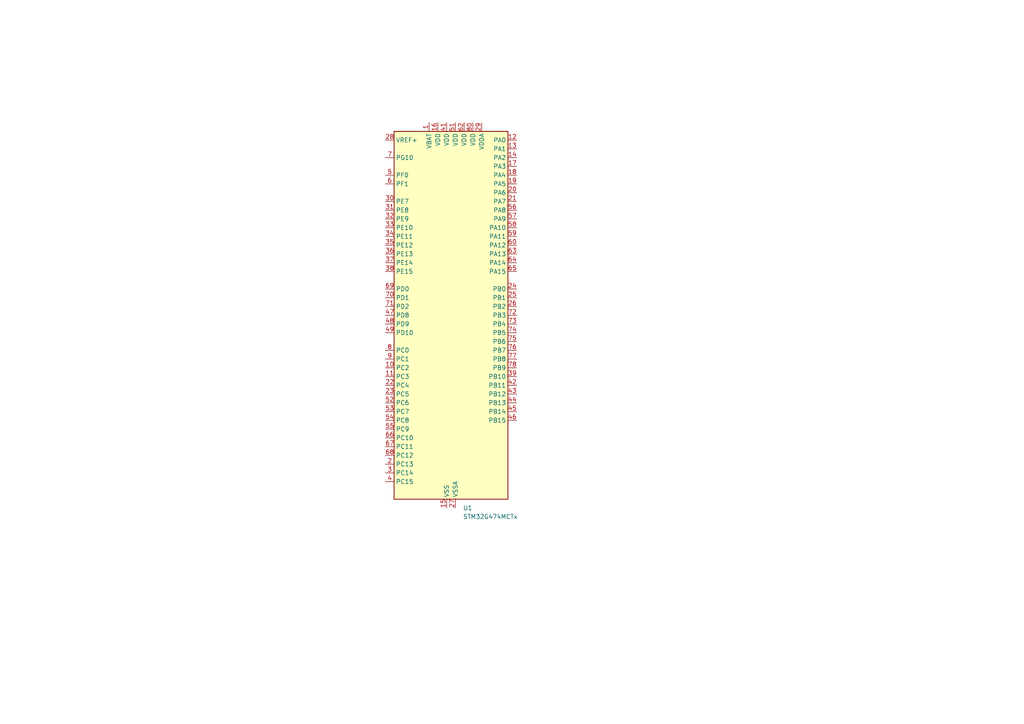
<source format=kicad_sch>
(kicad_sch
	(version 20231120)
	(generator "eeschema")
	(generator_version "8.0")
	(uuid "4f53ecbf-0ef6-4cb7-9fba-79787fb7080e")
	(paper "A4")
	(lib_symbols
		(symbol "MCU_ST_STM32G4:STM32G474MCTx"
			(exclude_from_sim no)
			(in_bom yes)
			(on_board yes)
			(property "Reference" "U"
				(at -15.24 54.61 0)
				(effects
					(font
						(size 1.27 1.27)
					)
					(justify left)
				)
			)
			(property "Value" "STM32G474MCTx"
				(at 12.7 54.61 0)
				(effects
					(font
						(size 1.27 1.27)
					)
					(justify left)
				)
			)
			(property "Footprint" "Package_QFP:LQFP-80_12x12mm_P0.5mm"
				(at -15.24 -53.34 0)
				(effects
					(font
						(size 1.27 1.27)
					)
					(justify right)
					(hide yes)
				)
			)
			(property "Datasheet" "https://www.st.com/resource/en/datasheet/stm32g474mc.pdf"
				(at 0 0 0)
				(effects
					(font
						(size 1.27 1.27)
					)
					(hide yes)
				)
			)
			(property "Description" "STMicroelectronics Arm Cortex-M4 MCU, 256KB flash, 128KB RAM, 170 MHz, 1.71-3.6V, 66 GPIO, LQFP80"
				(at 0 0 0)
				(effects
					(font
						(size 1.27 1.27)
					)
					(hide yes)
				)
			)
			(property "ki_locked" ""
				(at 0 0 0)
				(effects
					(font
						(size 1.27 1.27)
					)
				)
			)
			(property "ki_keywords" "Arm Cortex-M4 STM32G4 STM32G4x4"
				(at 0 0 0)
				(effects
					(font
						(size 1.27 1.27)
					)
					(hide yes)
				)
			)
			(property "ki_fp_filters" "LQFP*12x12mm*P0.5mm*"
				(at 0 0 0)
				(effects
					(font
						(size 1.27 1.27)
					)
					(hide yes)
				)
			)
			(symbol "STM32G474MCTx_0_1"
				(rectangle
					(start -15.24 -53.34)
					(end 17.78 53.34)
					(stroke
						(width 0.254)
						(type default)
					)
					(fill
						(type background)
					)
				)
			)
			(symbol "STM32G474MCTx_1_1"
				(pin power_in line
					(at -5.08 55.88 270)
					(length 2.54)
					(name "VBAT"
						(effects
							(font
								(size 1.27 1.27)
							)
						)
					)
					(number "1"
						(effects
							(font
								(size 1.27 1.27)
							)
						)
					)
				)
				(pin bidirectional line
					(at -17.78 -15.24 0)
					(length 2.54)
					(name "PC2"
						(effects
							(font
								(size 1.27 1.27)
							)
						)
					)
					(number "10"
						(effects
							(font
								(size 1.27 1.27)
							)
						)
					)
					(alternate "ADC1_IN8" bidirectional line)
					(alternate "ADC2_IN8" bidirectional line)
					(alternate "ADC3_EXTI2" bidirectional line)
					(alternate "ADC4_EXTI2" bidirectional line)
					(alternate "ADC5_EXTI2" bidirectional line)
					(alternate "COMP3_OUT" bidirectional line)
					(alternate "LPTIM1_IN2" bidirectional line)
					(alternate "QUADSPI1_BK2_IO1" bidirectional line)
					(alternate "TIM1_CH3" bidirectional line)
					(alternate "TIM20_CH2" bidirectional line)
				)
				(pin bidirectional line
					(at -17.78 -17.78 0)
					(length 2.54)
					(name "PC3"
						(effects
							(font
								(size 1.27 1.27)
							)
						)
					)
					(number "11"
						(effects
							(font
								(size 1.27 1.27)
							)
						)
					)
					(alternate "ADC1_IN9" bidirectional line)
					(alternate "ADC2_IN9" bidirectional line)
					(alternate "ADC3_EXTI3" bidirectional line)
					(alternate "ADC4_EXTI3" bidirectional line)
					(alternate "ADC5_EXTI3" bidirectional line)
					(alternate "LPTIM1_ETR" bidirectional line)
					(alternate "OPAMP5_VINP" bidirectional line)
					(alternate "OPAMP5_VINP_SEC" bidirectional line)
					(alternate "QUADSPI1_BK2_IO2" bidirectional line)
					(alternate "SAI1_D1" bidirectional line)
					(alternate "SAI1_SD_A" bidirectional line)
					(alternate "TIM1_BKIN2" bidirectional line)
					(alternate "TIM1_CH4" bidirectional line)
				)
				(pin bidirectional line
					(at 20.32 50.8 180)
					(length 2.54)
					(name "PA0"
						(effects
							(font
								(size 1.27 1.27)
							)
						)
					)
					(number "12"
						(effects
							(font
								(size 1.27 1.27)
							)
						)
					)
					(alternate "ADC1_IN1" bidirectional line)
					(alternate "ADC2_IN1" bidirectional line)
					(alternate "COMP1_INM" bidirectional line)
					(alternate "COMP1_OUT" bidirectional line)
					(alternate "COMP3_INP" bidirectional line)
					(alternate "RTC_TAMP2" bidirectional line)
					(alternate "SYS_WKUP1" bidirectional line)
					(alternate "TIM2_CH1" bidirectional line)
					(alternate "TIM2_ETR" bidirectional line)
					(alternate "TIM5_CH1" bidirectional line)
					(alternate "TIM8_BKIN" bidirectional line)
					(alternate "TIM8_ETR" bidirectional line)
					(alternate "USART2_CTS" bidirectional line)
					(alternate "USART2_NSS" bidirectional line)
				)
				(pin bidirectional line
					(at 20.32 48.26 180)
					(length 2.54)
					(name "PA1"
						(effects
							(font
								(size 1.27 1.27)
							)
						)
					)
					(number "13"
						(effects
							(font
								(size 1.27 1.27)
							)
						)
					)
					(alternate "ADC1_IN2" bidirectional line)
					(alternate "ADC2_IN2" bidirectional line)
					(alternate "COMP1_INP" bidirectional line)
					(alternate "OPAMP1_VINP" bidirectional line)
					(alternate "OPAMP1_VINP_SEC" bidirectional line)
					(alternate "OPAMP3_VINP" bidirectional line)
					(alternate "OPAMP3_VINP_SEC" bidirectional line)
					(alternate "OPAMP6_VINM" bidirectional line)
					(alternate "OPAMP6_VINM0" bidirectional line)
					(alternate "OPAMP6_VINM_SEC" bidirectional line)
					(alternate "RTC_REFIN" bidirectional line)
					(alternate "TIM15_CH1N" bidirectional line)
					(alternate "TIM2_CH2" bidirectional line)
					(alternate "TIM5_CH2" bidirectional line)
					(alternate "USART2_DE" bidirectional line)
					(alternate "USART2_RTS" bidirectional line)
				)
				(pin bidirectional line
					(at 20.32 45.72 180)
					(length 2.54)
					(name "PA2"
						(effects
							(font
								(size 1.27 1.27)
							)
						)
					)
					(number "14"
						(effects
							(font
								(size 1.27 1.27)
							)
						)
					)
					(alternate "ADC1_IN3" bidirectional line)
					(alternate "ADC3_EXTI2" bidirectional line)
					(alternate "ADC4_EXTI2" bidirectional line)
					(alternate "ADC5_EXTI2" bidirectional line)
					(alternate "COMP2_INM" bidirectional line)
					(alternate "COMP2_OUT" bidirectional line)
					(alternate "LPUART1_TX" bidirectional line)
					(alternate "OPAMP1_VOUT" bidirectional line)
					(alternate "QUADSPI1_BK1_NCS" bidirectional line)
					(alternate "RCC_LSCO" bidirectional line)
					(alternate "SYS_WKUP4" bidirectional line)
					(alternate "TIM15_CH1" bidirectional line)
					(alternate "TIM2_CH3" bidirectional line)
					(alternate "TIM5_CH3" bidirectional line)
					(alternate "UCPD1_FRSTX1" bidirectional line)
					(alternate "UCPD1_FRSTX2" bidirectional line)
					(alternate "USART2_TX" bidirectional line)
				)
				(pin power_in line
					(at 0 -55.88 90)
					(length 2.54)
					(name "VSS"
						(effects
							(font
								(size 1.27 1.27)
							)
						)
					)
					(number "15"
						(effects
							(font
								(size 1.27 1.27)
							)
						)
					)
				)
				(pin power_in line
					(at -2.54 55.88 270)
					(length 2.54)
					(name "VDD"
						(effects
							(font
								(size 1.27 1.27)
							)
						)
					)
					(number "16"
						(effects
							(font
								(size 1.27 1.27)
							)
						)
					)
				)
				(pin bidirectional line
					(at 20.32 43.18 180)
					(length 2.54)
					(name "PA3"
						(effects
							(font
								(size 1.27 1.27)
							)
						)
					)
					(number "17"
						(effects
							(font
								(size 1.27 1.27)
							)
						)
					)
					(alternate "ADC1_IN4" bidirectional line)
					(alternate "ADC3_EXTI3" bidirectional line)
					(alternate "ADC4_EXTI3" bidirectional line)
					(alternate "ADC5_EXTI3" bidirectional line)
					(alternate "COMP2_INP" bidirectional line)
					(alternate "LPUART1_RX" bidirectional line)
					(alternate "OPAMP1_VINM" bidirectional line)
					(alternate "OPAMP1_VINM0" bidirectional line)
					(alternate "OPAMP1_VINM_SEC" bidirectional line)
					(alternate "OPAMP1_VINP" bidirectional line)
					(alternate "OPAMP1_VINP_SEC" bidirectional line)
					(alternate "OPAMP5_VINM" bidirectional line)
					(alternate "OPAMP5_VINM1" bidirectional line)
					(alternate "OPAMP5_VINM_SEC" bidirectional line)
					(alternate "QUADSPI1_CLK" bidirectional line)
					(alternate "SAI1_CK1" bidirectional line)
					(alternate "SAI1_MCLK_A" bidirectional line)
					(alternate "TIM15_CH2" bidirectional line)
					(alternate "TIM2_CH4" bidirectional line)
					(alternate "TIM5_CH4" bidirectional line)
					(alternate "USART2_RX" bidirectional line)
				)
				(pin bidirectional line
					(at 20.32 40.64 180)
					(length 2.54)
					(name "PA4"
						(effects
							(font
								(size 1.27 1.27)
							)
						)
					)
					(number "18"
						(effects
							(font
								(size 1.27 1.27)
							)
						)
					)
					(alternate "ADC2_IN17" bidirectional line)
					(alternate "COMP1_INM" bidirectional line)
					(alternate "DAC1_OUT1" bidirectional line)
					(alternate "I2S3_WS" bidirectional line)
					(alternate "SAI1_FS_B" bidirectional line)
					(alternate "SPI1_NSS" bidirectional line)
					(alternate "SPI3_NSS" bidirectional line)
					(alternate "TIM3_CH2" bidirectional line)
					(alternate "USART2_CK" bidirectional line)
				)
				(pin bidirectional line
					(at 20.32 38.1 180)
					(length 2.54)
					(name "PA5"
						(effects
							(font
								(size 1.27 1.27)
							)
						)
					)
					(number "19"
						(effects
							(font
								(size 1.27 1.27)
							)
						)
					)
					(alternate "ADC2_IN13" bidirectional line)
					(alternate "COMP2_INM" bidirectional line)
					(alternate "DAC1_OUT2" bidirectional line)
					(alternate "OPAMP2_VINM" bidirectional line)
					(alternate "OPAMP2_VINM0" bidirectional line)
					(alternate "OPAMP2_VINM_SEC" bidirectional line)
					(alternate "SPI1_SCK" bidirectional line)
					(alternate "TIM2_CH1" bidirectional line)
					(alternate "TIM2_ETR" bidirectional line)
					(alternate "UCPD1_FRSTX1" bidirectional line)
					(alternate "UCPD1_FRSTX2" bidirectional line)
				)
				(pin bidirectional line
					(at -17.78 -43.18 0)
					(length 2.54)
					(name "PC13"
						(effects
							(font
								(size 1.27 1.27)
							)
						)
					)
					(number "2"
						(effects
							(font
								(size 1.27 1.27)
							)
						)
					)
					(alternate "RTC_OUT1" bidirectional line)
					(alternate "RTC_TAMP1" bidirectional line)
					(alternate "RTC_TS" bidirectional line)
					(alternate "SYS_WKUP2" bidirectional line)
					(alternate "TIM1_BKIN" bidirectional line)
					(alternate "TIM1_CH1N" bidirectional line)
					(alternate "TIM8_CH4N" bidirectional line)
				)
				(pin bidirectional line
					(at 20.32 35.56 180)
					(length 2.54)
					(name "PA6"
						(effects
							(font
								(size 1.27 1.27)
							)
						)
					)
					(number "20"
						(effects
							(font
								(size 1.27 1.27)
							)
						)
					)
					(alternate "ADC2_IN3" bidirectional line)
					(alternate "COMP1_OUT" bidirectional line)
					(alternate "DAC2_OUT1" bidirectional line)
					(alternate "LPUART1_CTS" bidirectional line)
					(alternate "OPAMP2_VOUT" bidirectional line)
					(alternate "QUADSPI1_BK1_IO3" bidirectional line)
					(alternate "SPI1_MISO" bidirectional line)
					(alternate "TIM16_CH1" bidirectional line)
					(alternate "TIM1_BKIN" bidirectional line)
					(alternate "TIM3_CH1" bidirectional line)
					(alternate "TIM8_BKIN" bidirectional line)
				)
				(pin bidirectional line
					(at 20.32 33.02 180)
					(length 2.54)
					(name "PA7"
						(effects
							(font
								(size 1.27 1.27)
							)
						)
					)
					(number "21"
						(effects
							(font
								(size 1.27 1.27)
							)
						)
					)
					(alternate "ADC2_IN4" bidirectional line)
					(alternate "COMP2_INP" bidirectional line)
					(alternate "COMP2_OUT" bidirectional line)
					(alternate "OPAMP1_VINP" bidirectional line)
					(alternate "OPAMP1_VINP_SEC" bidirectional line)
					(alternate "OPAMP2_VINP" bidirectional line)
					(alternate "OPAMP2_VINP_SEC" bidirectional line)
					(alternate "QUADSPI1_BK1_IO2" bidirectional line)
					(alternate "SPI1_MOSI" bidirectional line)
					(alternate "TIM17_CH1" bidirectional line)
					(alternate "TIM1_CH1N" bidirectional line)
					(alternate "TIM3_CH2" bidirectional line)
					(alternate "TIM8_CH1N" bidirectional line)
					(alternate "UCPD1_FRSTX1" bidirectional line)
					(alternate "UCPD1_FRSTX2" bidirectional line)
				)
				(pin bidirectional line
					(at -17.78 -20.32 0)
					(length 2.54)
					(name "PC4"
						(effects
							(font
								(size 1.27 1.27)
							)
						)
					)
					(number "22"
						(effects
							(font
								(size 1.27 1.27)
							)
						)
					)
					(alternate "ADC2_IN5" bidirectional line)
					(alternate "I2C2_SCL" bidirectional line)
					(alternate "QUADSPI1_BK2_IO3" bidirectional line)
					(alternate "TIM1_ETR" bidirectional line)
					(alternate "USART1_TX" bidirectional line)
				)
				(pin bidirectional line
					(at -17.78 -22.86 0)
					(length 2.54)
					(name "PC5"
						(effects
							(font
								(size 1.27 1.27)
							)
						)
					)
					(number "23"
						(effects
							(font
								(size 1.27 1.27)
							)
						)
					)
					(alternate "ADC2_IN11" bidirectional line)
					(alternate "HRTIM1_EEV10" bidirectional line)
					(alternate "OPAMP1_VINM" bidirectional line)
					(alternate "OPAMP1_VINM1" bidirectional line)
					(alternate "OPAMP1_VINM_SEC" bidirectional line)
					(alternate "OPAMP2_VINM" bidirectional line)
					(alternate "OPAMP2_VINM1" bidirectional line)
					(alternate "OPAMP2_VINM_SEC" bidirectional line)
					(alternate "SAI1_D3" bidirectional line)
					(alternate "SYS_WKUP5" bidirectional line)
					(alternate "TIM15_BKIN" bidirectional line)
					(alternate "TIM1_CH4N" bidirectional line)
					(alternate "USART1_RX" bidirectional line)
				)
				(pin bidirectional line
					(at 20.32 7.62 180)
					(length 2.54)
					(name "PB0"
						(effects
							(font
								(size 1.27 1.27)
							)
						)
					)
					(number "24"
						(effects
							(font
								(size 1.27 1.27)
							)
						)
					)
					(alternate "ADC1_IN15" bidirectional line)
					(alternate "ADC3_IN12" bidirectional line)
					(alternate "COMP4_INP" bidirectional line)
					(alternate "HRTIM1_FLT5" bidirectional line)
					(alternate "OPAMP2_VINP" bidirectional line)
					(alternate "OPAMP2_VINP_SEC" bidirectional line)
					(alternate "OPAMP3_VINP" bidirectional line)
					(alternate "OPAMP3_VINP_SEC" bidirectional line)
					(alternate "QUADSPI1_BK1_IO1" bidirectional line)
					(alternate "TIM1_CH2N" bidirectional line)
					(alternate "TIM3_CH3" bidirectional line)
					(alternate "TIM8_CH2N" bidirectional line)
					(alternate "UCPD1_FRSTX1" bidirectional line)
					(alternate "UCPD1_FRSTX2" bidirectional line)
				)
				(pin bidirectional line
					(at 20.32 5.08 180)
					(length 2.54)
					(name "PB1"
						(effects
							(font
								(size 1.27 1.27)
							)
						)
					)
					(number "25"
						(effects
							(font
								(size 1.27 1.27)
							)
						)
					)
					(alternate "ADC1_IN12" bidirectional line)
					(alternate "ADC3_IN1" bidirectional line)
					(alternate "COMP1_INP" bidirectional line)
					(alternate "COMP4_OUT" bidirectional line)
					(alternate "HRTIM1_SCOUT" bidirectional line)
					(alternate "LPUART1_DE" bidirectional line)
					(alternate "LPUART1_RTS" bidirectional line)
					(alternate "OPAMP3_VOUT" bidirectional line)
					(alternate "OPAMP6_VINM" bidirectional line)
					(alternate "OPAMP6_VINM1" bidirectional line)
					(alternate "OPAMP6_VINM_SEC" bidirectional line)
					(alternate "QUADSPI1_BK1_IO0" bidirectional line)
					(alternate "TIM1_CH3N" bidirectional line)
					(alternate "TIM3_CH4" bidirectional line)
					(alternate "TIM8_CH3N" bidirectional line)
				)
				(pin bidirectional line
					(at 20.32 2.54 180)
					(length 2.54)
					(name "PB2"
						(effects
							(font
								(size 1.27 1.27)
							)
						)
					)
					(number "26"
						(effects
							(font
								(size 1.27 1.27)
							)
						)
					)
					(alternate "ADC2_IN12" bidirectional line)
					(alternate "ADC3_EXTI2" bidirectional line)
					(alternate "ADC4_EXTI2" bidirectional line)
					(alternate "ADC5_EXTI2" bidirectional line)
					(alternate "COMP4_INM" bidirectional line)
					(alternate "HRTIM1_SCIN" bidirectional line)
					(alternate "I2C3_SMBA" bidirectional line)
					(alternate "LPTIM1_OUT" bidirectional line)
					(alternate "OPAMP3_VINM" bidirectional line)
					(alternate "OPAMP3_VINM0" bidirectional line)
					(alternate "OPAMP3_VINM_SEC" bidirectional line)
					(alternate "QUADSPI1_BK2_IO1" bidirectional line)
					(alternate "RTC_OUT2" bidirectional line)
					(alternate "TIM20_CH1" bidirectional line)
					(alternate "TIM5_CH1" bidirectional line)
				)
				(pin power_in line
					(at 2.54 -55.88 90)
					(length 2.54)
					(name "VSSA"
						(effects
							(font
								(size 1.27 1.27)
							)
						)
					)
					(number "27"
						(effects
							(font
								(size 1.27 1.27)
							)
						)
					)
				)
				(pin input line
					(at -17.78 50.8 0)
					(length 2.54)
					(name "VREF+"
						(effects
							(font
								(size 1.27 1.27)
							)
						)
					)
					(number "28"
						(effects
							(font
								(size 1.27 1.27)
							)
						)
					)
					(alternate "VREFBUF_OUT" bidirectional line)
				)
				(pin power_in line
					(at 10.16 55.88 270)
					(length 2.54)
					(name "VDDA"
						(effects
							(font
								(size 1.27 1.27)
							)
						)
					)
					(number "29"
						(effects
							(font
								(size 1.27 1.27)
							)
						)
					)
				)
				(pin bidirectional line
					(at -17.78 -45.72 0)
					(length 2.54)
					(name "PC14"
						(effects
							(font
								(size 1.27 1.27)
							)
						)
					)
					(number "3"
						(effects
							(font
								(size 1.27 1.27)
							)
						)
					)
					(alternate "RCC_OSC32_IN" bidirectional line)
				)
				(pin bidirectional line
					(at -17.78 33.02 0)
					(length 2.54)
					(name "PE7"
						(effects
							(font
								(size 1.27 1.27)
							)
						)
					)
					(number "30"
						(effects
							(font
								(size 1.27 1.27)
							)
						)
					)
					(alternate "ADC3_IN4" bidirectional line)
					(alternate "COMP4_INP" bidirectional line)
					(alternate "SAI1_SD_B" bidirectional line)
					(alternate "TIM1_ETR" bidirectional line)
				)
				(pin bidirectional line
					(at -17.78 30.48 0)
					(length 2.54)
					(name "PE8"
						(effects
							(font
								(size 1.27 1.27)
							)
						)
					)
					(number "31"
						(effects
							(font
								(size 1.27 1.27)
							)
						)
					)
					(alternate "ADC3_IN6" bidirectional line)
					(alternate "ADC4_IN6" bidirectional line)
					(alternate "ADC5_IN6" bidirectional line)
					(alternate "COMP4_INM" bidirectional line)
					(alternate "SAI1_SCK_B" bidirectional line)
					(alternate "TIM1_CH1N" bidirectional line)
					(alternate "TIM5_CH3" bidirectional line)
				)
				(pin bidirectional line
					(at -17.78 27.94 0)
					(length 2.54)
					(name "PE9"
						(effects
							(font
								(size 1.27 1.27)
							)
						)
					)
					(number "32"
						(effects
							(font
								(size 1.27 1.27)
							)
						)
					)
					(alternate "ADC3_IN2" bidirectional line)
					(alternate "DAC1_EXTI9" bidirectional line)
					(alternate "DAC2_EXTI9" bidirectional line)
					(alternate "DAC3_EXTI9" bidirectional line)
					(alternate "DAC4_EXTI9" bidirectional line)
					(alternate "SAI1_FS_B" bidirectional line)
					(alternate "TIM1_CH1" bidirectional line)
					(alternate "TIM5_CH4" bidirectional line)
				)
				(pin bidirectional line
					(at -17.78 25.4 0)
					(length 2.54)
					(name "PE10"
						(effects
							(font
								(size 1.27 1.27)
							)
						)
					)
					(number "33"
						(effects
							(font
								(size 1.27 1.27)
							)
						)
					)
					(alternate "ADC3_IN14" bidirectional line)
					(alternate "ADC4_IN14" bidirectional line)
					(alternate "ADC5_IN14" bidirectional line)
					(alternate "DAC1_EXTI10" bidirectional line)
					(alternate "DAC2_EXTI10" bidirectional line)
					(alternate "DAC3_EXTI10" bidirectional line)
					(alternate "DAC4_EXTI10" bidirectional line)
					(alternate "QUADSPI1_CLK" bidirectional line)
					(alternate "SAI1_MCLK_B" bidirectional line)
					(alternate "TIM1_CH2N" bidirectional line)
				)
				(pin bidirectional line
					(at -17.78 22.86 0)
					(length 2.54)
					(name "PE11"
						(effects
							(font
								(size 1.27 1.27)
							)
						)
					)
					(number "34"
						(effects
							(font
								(size 1.27 1.27)
							)
						)
					)
					(alternate "ADC1_EXTI11" bidirectional line)
					(alternate "ADC2_EXTI11" bidirectional line)
					(alternate "ADC3_IN15" bidirectional line)
					(alternate "ADC4_IN15" bidirectional line)
					(alternate "ADC5_IN15" bidirectional line)
					(alternate "QUADSPI1_BK1_NCS" bidirectional line)
					(alternate "SPI4_NSS" bidirectional line)
					(alternate "TIM1_CH2" bidirectional line)
				)
				(pin bidirectional line
					(at -17.78 20.32 0)
					(length 2.54)
					(name "PE12"
						(effects
							(font
								(size 1.27 1.27)
							)
						)
					)
					(number "35"
						(effects
							(font
								(size 1.27 1.27)
							)
						)
					)
					(alternate "ADC3_IN16" bidirectional line)
					(alternate "ADC4_IN16" bidirectional line)
					(alternate "ADC5_IN16" bidirectional line)
					(alternate "QUADSPI1_BK1_IO0" bidirectional line)
					(alternate "SPI4_SCK" bidirectional line)
					(alternate "TIM1_CH3N" bidirectional line)
				)
				(pin bidirectional line
					(at -17.78 17.78 0)
					(length 2.54)
					(name "PE13"
						(effects
							(font
								(size 1.27 1.27)
							)
						)
					)
					(number "36"
						(effects
							(font
								(size 1.27 1.27)
							)
						)
					)
					(alternate "ADC3_IN3" bidirectional line)
					(alternate "QUADSPI1_BK1_IO1" bidirectional line)
					(alternate "SPI4_MISO" bidirectional line)
					(alternate "TIM1_CH3" bidirectional line)
				)
				(pin bidirectional line
					(at -17.78 15.24 0)
					(length 2.54)
					(name "PE14"
						(effects
							(font
								(size 1.27 1.27)
							)
						)
					)
					(number "37"
						(effects
							(font
								(size 1.27 1.27)
							)
						)
					)
					(alternate "ADC4_IN1" bidirectional line)
					(alternate "QUADSPI1_BK1_IO2" bidirectional line)
					(alternate "SPI4_MOSI" bidirectional line)
					(alternate "TIM1_BKIN2" bidirectional line)
					(alternate "TIM1_CH4" bidirectional line)
				)
				(pin bidirectional line
					(at -17.78 12.7 0)
					(length 2.54)
					(name "PE15"
						(effects
							(font
								(size 1.27 1.27)
							)
						)
					)
					(number "38"
						(effects
							(font
								(size 1.27 1.27)
							)
						)
					)
					(alternate "ADC1_EXTI15" bidirectional line)
					(alternate "ADC2_EXTI15" bidirectional line)
					(alternate "ADC4_IN2" bidirectional line)
					(alternate "QUADSPI1_BK1_IO3" bidirectional line)
					(alternate "TIM1_BKIN" bidirectional line)
					(alternate "TIM1_CH4N" bidirectional line)
					(alternate "USART3_RX" bidirectional line)
				)
				(pin bidirectional line
					(at 20.32 -17.78 180)
					(length 2.54)
					(name "PB10"
						(effects
							(font
								(size 1.27 1.27)
							)
						)
					)
					(number "39"
						(effects
							(font
								(size 1.27 1.27)
							)
						)
					)
					(alternate "COMP5_INM" bidirectional line)
					(alternate "DAC1_EXTI10" bidirectional line)
					(alternate "DAC2_EXTI10" bidirectional line)
					(alternate "DAC3_EXTI10" bidirectional line)
					(alternate "DAC4_EXTI10" bidirectional line)
					(alternate "HRTIM1_FLT3" bidirectional line)
					(alternate "LPUART1_RX" bidirectional line)
					(alternate "OPAMP3_VINM" bidirectional line)
					(alternate "OPAMP3_VINM1" bidirectional line)
					(alternate "OPAMP3_VINM_SEC" bidirectional line)
					(alternate "OPAMP4_VINM" bidirectional line)
					(alternate "OPAMP4_VINM0" bidirectional line)
					(alternate "OPAMP4_VINM_SEC" bidirectional line)
					(alternate "QUADSPI1_CLK" bidirectional line)
					(alternate "SAI1_SCK_A" bidirectional line)
					(alternate "TIM1_BKIN" bidirectional line)
					(alternate "TIM2_CH3" bidirectional line)
					(alternate "USART3_TX" bidirectional line)
				)
				(pin bidirectional line
					(at -17.78 -48.26 0)
					(length 2.54)
					(name "PC15"
						(effects
							(font
								(size 1.27 1.27)
							)
						)
					)
					(number "4"
						(effects
							(font
								(size 1.27 1.27)
							)
						)
					)
					(alternate "ADC1_EXTI15" bidirectional line)
					(alternate "ADC2_EXTI15" bidirectional line)
					(alternate "RCC_OSC32_OUT" bidirectional line)
				)
				(pin passive line
					(at 0 -55.88 90)
					(length 2.54) hide
					(name "VSS"
						(effects
							(font
								(size 1.27 1.27)
							)
						)
					)
					(number "40"
						(effects
							(font
								(size 1.27 1.27)
							)
						)
					)
				)
				(pin power_in line
					(at 0 55.88 270)
					(length 2.54)
					(name "VDD"
						(effects
							(font
								(size 1.27 1.27)
							)
						)
					)
					(number "41"
						(effects
							(font
								(size 1.27 1.27)
							)
						)
					)
				)
				(pin bidirectional line
					(at 20.32 -20.32 180)
					(length 2.54)
					(name "PB11"
						(effects
							(font
								(size 1.27 1.27)
							)
						)
					)
					(number "42"
						(effects
							(font
								(size 1.27 1.27)
							)
						)
					)
					(alternate "ADC1_EXTI11" bidirectional line)
					(alternate "ADC1_IN14" bidirectional line)
					(alternate "ADC2_EXTI11" bidirectional line)
					(alternate "ADC2_IN14" bidirectional line)
					(alternate "COMP6_INP" bidirectional line)
					(alternate "HRTIM1_FLT4" bidirectional line)
					(alternate "LPUART1_TX" bidirectional line)
					(alternate "OPAMP4_VINP" bidirectional line)
					(alternate "OPAMP4_VINP_SEC" bidirectional line)
					(alternate "OPAMP6_VOUT" bidirectional line)
					(alternate "QUADSPI1_BK1_NCS" bidirectional line)
					(alternate "TIM2_CH4" bidirectional line)
					(alternate "USART3_RX" bidirectional line)
				)
				(pin bidirectional line
					(at 20.32 -22.86 180)
					(length 2.54)
					(name "PB12"
						(effects
							(font
								(size 1.27 1.27)
							)
						)
					)
					(number "43"
						(effects
							(font
								(size 1.27 1.27)
							)
						)
					)
					(alternate "ADC1_IN11" bidirectional line)
					(alternate "ADC4_IN3" bidirectional line)
					(alternate "COMP7_INM" bidirectional line)
					(alternate "FDCAN2_RX" bidirectional line)
					(alternate "HRTIM1_CHC1" bidirectional line)
					(alternate "I2C2_SMBA" bidirectional line)
					(alternate "I2S2_WS" bidirectional line)
					(alternate "LPUART1_DE" bidirectional line)
					(alternate "LPUART1_RTS" bidirectional line)
					(alternate "OPAMP4_VOUT" bidirectional line)
					(alternate "OPAMP6_VINP" bidirectional line)
					(alternate "OPAMP6_VINP_SEC" bidirectional line)
					(alternate "SPI2_NSS" bidirectional line)
					(alternate "TIM1_BKIN" bidirectional line)
					(alternate "TIM5_ETR" bidirectional line)
					(alternate "USART3_CK" bidirectional line)
				)
				(pin bidirectional line
					(at 20.32 -25.4 180)
					(length 2.54)
					(name "PB13"
						(effects
							(font
								(size 1.27 1.27)
							)
						)
					)
					(number "44"
						(effects
							(font
								(size 1.27 1.27)
							)
						)
					)
					(alternate "ADC3_IN5" bidirectional line)
					(alternate "COMP5_INP" bidirectional line)
					(alternate "FDCAN2_TX" bidirectional line)
					(alternate "HRTIM1_CHC2" bidirectional line)
					(alternate "I2S2_CK" bidirectional line)
					(alternate "LPUART1_CTS" bidirectional line)
					(alternate "OPAMP3_VINP" bidirectional line)
					(alternate "OPAMP3_VINP_SEC" bidirectional line)
					(alternate "OPAMP4_VINP" bidirectional line)
					(alternate "OPAMP4_VINP_SEC" bidirectional line)
					(alternate "OPAMP6_VINP" bidirectional line)
					(alternate "OPAMP6_VINP_SEC" bidirectional line)
					(alternate "SPI2_SCK" bidirectional line)
					(alternate "TIM1_CH1N" bidirectional line)
					(alternate "USART3_CTS" bidirectional line)
					(alternate "USART3_NSS" bidirectional line)
				)
				(pin bidirectional line
					(at 20.32 -27.94 180)
					(length 2.54)
					(name "PB14"
						(effects
							(font
								(size 1.27 1.27)
							)
						)
					)
					(number "45"
						(effects
							(font
								(size 1.27 1.27)
							)
						)
					)
					(alternate "ADC1_IN5" bidirectional line)
					(alternate "ADC4_IN4" bidirectional line)
					(alternate "COMP4_OUT" bidirectional line)
					(alternate "COMP7_INP" bidirectional line)
					(alternate "HRTIM1_CHD1" bidirectional line)
					(alternate "OPAMP2_VINP" bidirectional line)
					(alternate "OPAMP2_VINP_SEC" bidirectional line)
					(alternate "OPAMP5_VINP" bidirectional line)
					(alternate "OPAMP5_VINP_SEC" bidirectional line)
					(alternate "SPI2_MISO" bidirectional line)
					(alternate "TIM15_CH1" bidirectional line)
					(alternate "TIM1_CH2N" bidirectional line)
					(alternate "USART3_DE" bidirectional line)
					(alternate "USART3_RTS" bidirectional line)
				)
				(pin bidirectional line
					(at 20.32 -30.48 180)
					(length 2.54)
					(name "PB15"
						(effects
							(font
								(size 1.27 1.27)
							)
						)
					)
					(number "46"
						(effects
							(font
								(size 1.27 1.27)
							)
						)
					)
					(alternate "ADC1_EXTI15" bidirectional line)
					(alternate "ADC2_EXTI15" bidirectional line)
					(alternate "ADC2_IN15" bidirectional line)
					(alternate "ADC4_IN5" bidirectional line)
					(alternate "COMP3_OUT" bidirectional line)
					(alternate "COMP6_INM" bidirectional line)
					(alternate "HRTIM1_CHD2" bidirectional line)
					(alternate "I2S2_SD" bidirectional line)
					(alternate "OPAMP5_VINM" bidirectional line)
					(alternate "OPAMP5_VINM0" bidirectional line)
					(alternate "OPAMP5_VINM_SEC" bidirectional line)
					(alternate "RTC_REFIN" bidirectional line)
					(alternate "SPI2_MOSI" bidirectional line)
					(alternate "TIM15_CH1N" bidirectional line)
					(alternate "TIM15_CH2" bidirectional line)
					(alternate "TIM1_CH3N" bidirectional line)
				)
				(pin bidirectional line
					(at -17.78 0 0)
					(length 2.54)
					(name "PD8"
						(effects
							(font
								(size 1.27 1.27)
							)
						)
					)
					(number "47"
						(effects
							(font
								(size 1.27 1.27)
							)
						)
					)
					(alternate "ADC4_IN12" bidirectional line)
					(alternate "ADC5_IN12" bidirectional line)
					(alternate "OPAMP4_VINM" bidirectional line)
					(alternate "OPAMP4_VINM1" bidirectional line)
					(alternate "OPAMP4_VINM_SEC" bidirectional line)
					(alternate "USART3_TX" bidirectional line)
				)
				(pin bidirectional line
					(at -17.78 -2.54 0)
					(length 2.54)
					(name "PD9"
						(effects
							(font
								(size 1.27 1.27)
							)
						)
					)
					(number "48"
						(effects
							(font
								(size 1.27 1.27)
							)
						)
					)
					(alternate "ADC4_IN13" bidirectional line)
					(alternate "ADC5_IN13" bidirectional line)
					(alternate "DAC1_EXTI9" bidirectional line)
					(alternate "DAC2_EXTI9" bidirectional line)
					(alternate "DAC3_EXTI9" bidirectional line)
					(alternate "DAC4_EXTI9" bidirectional line)
					(alternate "OPAMP6_VINP" bidirectional line)
					(alternate "OPAMP6_VINP_SEC" bidirectional line)
					(alternate "USART3_RX" bidirectional line)
				)
				(pin bidirectional line
					(at -17.78 -5.08 0)
					(length 2.54)
					(name "PD10"
						(effects
							(font
								(size 1.27 1.27)
							)
						)
					)
					(number "49"
						(effects
							(font
								(size 1.27 1.27)
							)
						)
					)
					(alternate "ADC3_IN7" bidirectional line)
					(alternate "ADC4_IN7" bidirectional line)
					(alternate "ADC5_IN7" bidirectional line)
					(alternate "COMP6_INM" bidirectional line)
					(alternate "DAC1_EXTI10" bidirectional line)
					(alternate "DAC2_EXTI10" bidirectional line)
					(alternate "DAC3_EXTI10" bidirectional line)
					(alternate "DAC4_EXTI10" bidirectional line)
					(alternate "USART3_CK" bidirectional line)
				)
				(pin bidirectional line
					(at -17.78 40.64 0)
					(length 2.54)
					(name "PF0"
						(effects
							(font
								(size 1.27 1.27)
							)
						)
					)
					(number "5"
						(effects
							(font
								(size 1.27 1.27)
							)
						)
					)
					(alternate "ADC1_IN10" bidirectional line)
					(alternate "I2C2_SDA" bidirectional line)
					(alternate "I2S2_WS" bidirectional line)
					(alternate "RCC_OSC_IN" bidirectional line)
					(alternate "SPI2_NSS" bidirectional line)
					(alternate "TIM1_CH3N" bidirectional line)
				)
				(pin passive line
					(at 0 -55.88 90)
					(length 2.54) hide
					(name "VSS"
						(effects
							(font
								(size 1.27 1.27)
							)
						)
					)
					(number "50"
						(effects
							(font
								(size 1.27 1.27)
							)
						)
					)
				)
				(pin power_in line
					(at 2.54 55.88 270)
					(length 2.54)
					(name "VDD"
						(effects
							(font
								(size 1.27 1.27)
							)
						)
					)
					(number "51"
						(effects
							(font
								(size 1.27 1.27)
							)
						)
					)
				)
				(pin bidirectional line
					(at -17.78 -25.4 0)
					(length 2.54)
					(name "PC6"
						(effects
							(font
								(size 1.27 1.27)
							)
						)
					)
					(number "52"
						(effects
							(font
								(size 1.27 1.27)
							)
						)
					)
					(alternate "COMP6_OUT" bidirectional line)
					(alternate "HRTIM1_CHF1" bidirectional line)
					(alternate "HRTIM1_EEV10" bidirectional line)
					(alternate "I2C4_SCL" bidirectional line)
					(alternate "I2S2_MCK" bidirectional line)
					(alternate "TIM3_CH1" bidirectional line)
					(alternate "TIM8_CH1" bidirectional line)
				)
				(pin bidirectional line
					(at -17.78 -27.94 0)
					(length 2.54)
					(name "PC7"
						(effects
							(font
								(size 1.27 1.27)
							)
						)
					)
					(number "53"
						(effects
							(font
								(size 1.27 1.27)
							)
						)
					)
					(alternate "COMP5_OUT" bidirectional line)
					(alternate "HRTIM1_CHF2" bidirectional line)
					(alternate "HRTIM1_FLT5" bidirectional line)
					(alternate "I2C4_SDA" bidirectional line)
					(alternate "I2S3_MCK" bidirectional line)
					(alternate "TIM3_CH2" bidirectional line)
					(alternate "TIM8_CH2" bidirectional line)
				)
				(pin bidirectional line
					(at -17.78 -30.48 0)
					(length 2.54)
					(name "PC8"
						(effects
							(font
								(size 1.27 1.27)
							)
						)
					)
					(number "54"
						(effects
							(font
								(size 1.27 1.27)
							)
						)
					)
					(alternate "COMP7_OUT" bidirectional line)
					(alternate "HRTIM1_CHE1" bidirectional line)
					(alternate "I2C3_SCL" bidirectional line)
					(alternate "TIM20_CH3" bidirectional line)
					(alternate "TIM3_CH3" bidirectional line)
					(alternate "TIM8_CH3" bidirectional line)
				)
				(pin bidirectional line
					(at -17.78 -33.02 0)
					(length 2.54)
					(name "PC9"
						(effects
							(font
								(size 1.27 1.27)
							)
						)
					)
					(number "55"
						(effects
							(font
								(size 1.27 1.27)
							)
						)
					)
					(alternate "DAC1_EXTI9" bidirectional line)
					(alternate "DAC2_EXTI9" bidirectional line)
					(alternate "DAC3_EXTI9" bidirectional line)
					(alternate "DAC4_EXTI9" bidirectional line)
					(alternate "HRTIM1_CHE2" bidirectional line)
					(alternate "I2C3_SDA" bidirectional line)
					(alternate "I2S_CKIN" bidirectional line)
					(alternate "TIM3_CH4" bidirectional line)
					(alternate "TIM8_BKIN2" bidirectional line)
					(alternate "TIM8_CH4" bidirectional line)
				)
				(pin bidirectional line
					(at 20.32 30.48 180)
					(length 2.54)
					(name "PA8"
						(effects
							(font
								(size 1.27 1.27)
							)
						)
					)
					(number "56"
						(effects
							(font
								(size 1.27 1.27)
							)
						)
					)
					(alternate "ADC5_IN1" bidirectional line)
					(alternate "COMP7_OUT" bidirectional line)
					(alternate "FDCAN3_RX" bidirectional line)
					(alternate "HRTIM1_CHA1" bidirectional line)
					(alternate "I2C2_SDA" bidirectional line)
					(alternate "I2C3_SCL" bidirectional line)
					(alternate "I2S2_MCK" bidirectional line)
					(alternate "OPAMP5_VOUT" bidirectional line)
					(alternate "RCC_MCO" bidirectional line)
					(alternate "SAI1_CK2" bidirectional line)
					(alternate "SAI1_SCK_A" bidirectional line)
					(alternate "TIM1_CH1" bidirectional line)
					(alternate "TIM4_ETR" bidirectional line)
					(alternate "USART1_CK" bidirectional line)
				)
				(pin bidirectional line
					(at 20.32 27.94 180)
					(length 2.54)
					(name "PA9"
						(effects
							(font
								(size 1.27 1.27)
							)
						)
					)
					(number "57"
						(effects
							(font
								(size 1.27 1.27)
							)
						)
					)
					(alternate "ADC5_IN2" bidirectional line)
					(alternate "COMP5_OUT" bidirectional line)
					(alternate "DAC1_EXTI9" bidirectional line)
					(alternate "DAC2_EXTI9" bidirectional line)
					(alternate "DAC3_EXTI9" bidirectional line)
					(alternate "DAC4_EXTI9" bidirectional line)
					(alternate "HRTIM1_CHA2" bidirectional line)
					(alternate "I2C2_SCL" bidirectional line)
					(alternate "I2C3_SMBA" bidirectional line)
					(alternate "I2S3_MCK" bidirectional line)
					(alternate "SAI1_FS_A" bidirectional line)
					(alternate "TIM15_BKIN" bidirectional line)
					(alternate "TIM1_CH2" bidirectional line)
					(alternate "TIM2_CH3" bidirectional line)
					(alternate "UCPD1_DBCC1" bidirectional line)
					(alternate "USART1_TX" bidirectional line)
				)
				(pin bidirectional line
					(at 20.32 25.4 180)
					(length 2.54)
					(name "PA10"
						(effects
							(font
								(size 1.27 1.27)
							)
						)
					)
					(number "58"
						(effects
							(font
								(size 1.27 1.27)
							)
						)
					)
					(alternate "COMP6_OUT" bidirectional line)
					(alternate "CRS_SYNC" bidirectional line)
					(alternate "DAC1_EXTI10" bidirectional line)
					(alternate "DAC2_EXTI10" bidirectional line)
					(alternate "DAC3_EXTI10" bidirectional line)
					(alternate "DAC4_EXTI10" bidirectional line)
					(alternate "HRTIM1_CHB1" bidirectional line)
					(alternate "I2C2_SMBA" bidirectional line)
					(alternate "SAI1_D1" bidirectional line)
					(alternate "SAI1_SD_A" bidirectional line)
					(alternate "SPI2_MISO" bidirectional line)
					(alternate "TIM17_BKIN" bidirectional line)
					(alternate "TIM1_CH3" bidirectional line)
					(alternate "TIM2_CH4" bidirectional line)
					(alternate "TIM8_BKIN" bidirectional line)
					(alternate "UCPD1_DBCC2" bidirectional line)
					(alternate "USART1_RX" bidirectional line)
				)
				(pin bidirectional line
					(at 20.32 22.86 180)
					(length 2.54)
					(name "PA11"
						(effects
							(font
								(size 1.27 1.27)
							)
						)
					)
					(number "59"
						(effects
							(font
								(size 1.27 1.27)
							)
						)
					)
					(alternate "ADC1_EXTI11" bidirectional line)
					(alternate "ADC2_EXTI11" bidirectional line)
					(alternate "COMP1_OUT" bidirectional line)
					(alternate "FDCAN1_RX" bidirectional line)
					(alternate "HRTIM1_CHB2" bidirectional line)
					(alternate "I2S2_SD" bidirectional line)
					(alternate "SPI2_MOSI" bidirectional line)
					(alternate "TIM1_BKIN2" bidirectional line)
					(alternate "TIM1_CH1N" bidirectional line)
					(alternate "TIM1_CH4" bidirectional line)
					(alternate "TIM4_CH1" bidirectional line)
					(alternate "USART1_CTS" bidirectional line)
					(alternate "USART1_NSS" bidirectional line)
					(alternate "USB_DM" bidirectional line)
				)
				(pin bidirectional line
					(at -17.78 38.1 0)
					(length 2.54)
					(name "PF1"
						(effects
							(font
								(size 1.27 1.27)
							)
						)
					)
					(number "6"
						(effects
							(font
								(size 1.27 1.27)
							)
						)
					)
					(alternate "ADC2_IN10" bidirectional line)
					(alternate "COMP3_INM" bidirectional line)
					(alternate "I2S2_CK" bidirectional line)
					(alternate "RCC_OSC_OUT" bidirectional line)
					(alternate "SPI2_SCK" bidirectional line)
				)
				(pin bidirectional line
					(at 20.32 20.32 180)
					(length 2.54)
					(name "PA12"
						(effects
							(font
								(size 1.27 1.27)
							)
						)
					)
					(number "60"
						(effects
							(font
								(size 1.27 1.27)
							)
						)
					)
					(alternate "COMP2_OUT" bidirectional line)
					(alternate "FDCAN1_TX" bidirectional line)
					(alternate "HRTIM1_FLT1" bidirectional line)
					(alternate "I2S_CKIN" bidirectional line)
					(alternate "TIM16_CH1" bidirectional line)
					(alternate "TIM1_CH2N" bidirectional line)
					(alternate "TIM1_ETR" bidirectional line)
					(alternate "TIM4_CH2" bidirectional line)
					(alternate "USART1_DE" bidirectional line)
					(alternate "USART1_RTS" bidirectional line)
					(alternate "USB_DP" bidirectional line)
				)
				(pin passive line
					(at 0 -55.88 90)
					(length 2.54) hide
					(name "VSS"
						(effects
							(font
								(size 1.27 1.27)
							)
						)
					)
					(number "61"
						(effects
							(font
								(size 1.27 1.27)
							)
						)
					)
				)
				(pin power_in line
					(at 5.08 55.88 270)
					(length 2.54)
					(name "VDD"
						(effects
							(font
								(size 1.27 1.27)
							)
						)
					)
					(number "62"
						(effects
							(font
								(size 1.27 1.27)
							)
						)
					)
				)
				(pin bidirectional line
					(at 20.32 17.78 180)
					(length 2.54)
					(name "PA13"
						(effects
							(font
								(size 1.27 1.27)
							)
						)
					)
					(number "63"
						(effects
							(font
								(size 1.27 1.27)
							)
						)
					)
					(alternate "I2C1_SCL" bidirectional line)
					(alternate "I2C4_SCL" bidirectional line)
					(alternate "IR_OUT" bidirectional line)
					(alternate "SAI1_SD_B" bidirectional line)
					(alternate "SYS_JTMS-SWDIO" bidirectional line)
					(alternate "TIM16_CH1N" bidirectional line)
					(alternate "TIM4_CH3" bidirectional line)
					(alternate "USART3_CTS" bidirectional line)
					(alternate "USART3_NSS" bidirectional line)
				)
				(pin bidirectional line
					(at 20.32 15.24 180)
					(length 2.54)
					(name "PA14"
						(effects
							(font
								(size 1.27 1.27)
							)
						)
					)
					(number "64"
						(effects
							(font
								(size 1.27 1.27)
							)
						)
					)
					(alternate "I2C1_SDA" bidirectional line)
					(alternate "I2C4_SMBA" bidirectional line)
					(alternate "LPTIM1_OUT" bidirectional line)
					(alternate "SAI1_FS_B" bidirectional line)
					(alternate "SYS_JTCK-SWCLK" bidirectional line)
					(alternate "TIM1_BKIN" bidirectional line)
					(alternate "TIM8_CH2" bidirectional line)
					(alternate "USART2_TX" bidirectional line)
				)
				(pin bidirectional line
					(at 20.32 12.7 180)
					(length 2.54)
					(name "PA15"
						(effects
							(font
								(size 1.27 1.27)
							)
						)
					)
					(number "65"
						(effects
							(font
								(size 1.27 1.27)
							)
						)
					)
					(alternate "ADC1_EXTI15" bidirectional line)
					(alternate "ADC2_EXTI15" bidirectional line)
					(alternate "FDCAN3_TX" bidirectional line)
					(alternate "HRTIM1_FLT2" bidirectional line)
					(alternate "I2C1_SCL" bidirectional line)
					(alternate "I2S3_WS" bidirectional line)
					(alternate "SPI1_NSS" bidirectional line)
					(alternate "SPI3_NSS" bidirectional line)
					(alternate "SYS_JTDI" bidirectional line)
					(alternate "TIM1_BKIN" bidirectional line)
					(alternate "TIM2_CH1" bidirectional line)
					(alternate "TIM2_ETR" bidirectional line)
					(alternate "TIM8_CH1" bidirectional line)
					(alternate "UART4_DE" bidirectional line)
					(alternate "UART4_RTS" bidirectional line)
					(alternate "USART2_RX" bidirectional line)
				)
				(pin bidirectional line
					(at -17.78 -35.56 0)
					(length 2.54)
					(name "PC10"
						(effects
							(font
								(size 1.27 1.27)
							)
						)
					)
					(number "66"
						(effects
							(font
								(size 1.27 1.27)
							)
						)
					)
					(alternate "DAC1_EXTI10" bidirectional line)
					(alternate "DAC2_EXTI10" bidirectional line)
					(alternate "DAC3_EXTI10" bidirectional line)
					(alternate "DAC4_EXTI10" bidirectional line)
					(alternate "HRTIM1_FLT6" bidirectional line)
					(alternate "I2S3_CK" bidirectional line)
					(alternate "SPI3_SCK" bidirectional line)
					(alternate "TIM8_CH1N" bidirectional line)
					(alternate "UART4_TX" bidirectional line)
					(alternate "USART3_TX" bidirectional line)
				)
				(pin bidirectional line
					(at -17.78 -38.1 0)
					(length 2.54)
					(name "PC11"
						(effects
							(font
								(size 1.27 1.27)
							)
						)
					)
					(number "67"
						(effects
							(font
								(size 1.27 1.27)
							)
						)
					)
					(alternate "ADC1_EXTI11" bidirectional line)
					(alternate "ADC2_EXTI11" bidirectional line)
					(alternate "HRTIM1_EEV2" bidirectional line)
					(alternate "I2C3_SDA" bidirectional line)
					(alternate "SPI3_MISO" bidirectional line)
					(alternate "TIM8_CH2N" bidirectional line)
					(alternate "UART4_RX" bidirectional line)
					(alternate "USART3_RX" bidirectional line)
				)
				(pin bidirectional line
					(at -17.78 -40.64 0)
					(length 2.54)
					(name "PC12"
						(effects
							(font
								(size 1.27 1.27)
							)
						)
					)
					(number "68"
						(effects
							(font
								(size 1.27 1.27)
							)
						)
					)
					(alternate "HRTIM1_EEV1" bidirectional line)
					(alternate "I2S3_SD" bidirectional line)
					(alternate "SPI3_MOSI" bidirectional line)
					(alternate "TIM5_CH2" bidirectional line)
					(alternate "TIM8_CH3N" bidirectional line)
					(alternate "UART5_TX" bidirectional line)
					(alternate "UCPD1_FRSTX1" bidirectional line)
					(alternate "UCPD1_FRSTX2" bidirectional line)
					(alternate "USART3_CK" bidirectional line)
				)
				(pin bidirectional line
					(at -17.78 7.62 0)
					(length 2.54)
					(name "PD0"
						(effects
							(font
								(size 1.27 1.27)
							)
						)
					)
					(number "69"
						(effects
							(font
								(size 1.27 1.27)
							)
						)
					)
					(alternate "FDCAN1_RX" bidirectional line)
					(alternate "TIM8_CH4N" bidirectional line)
				)
				(pin bidirectional line
					(at -17.78 45.72 0)
					(length 2.54)
					(name "PG10"
						(effects
							(font
								(size 1.27 1.27)
							)
						)
					)
					(number "7"
						(effects
							(font
								(size 1.27 1.27)
							)
						)
					)
					(alternate "DAC1_EXTI10" bidirectional line)
					(alternate "DAC2_EXTI10" bidirectional line)
					(alternate "DAC3_EXTI10" bidirectional line)
					(alternate "DAC4_EXTI10" bidirectional line)
					(alternate "RCC_MCO" bidirectional line)
				)
				(pin bidirectional line
					(at -17.78 5.08 0)
					(length 2.54)
					(name "PD1"
						(effects
							(font
								(size 1.27 1.27)
							)
						)
					)
					(number "70"
						(effects
							(font
								(size 1.27 1.27)
							)
						)
					)
					(alternate "FDCAN1_TX" bidirectional line)
					(alternate "TIM8_BKIN2" bidirectional line)
					(alternate "TIM8_CH4" bidirectional line)
				)
				(pin bidirectional line
					(at -17.78 2.54 0)
					(length 2.54)
					(name "PD2"
						(effects
							(font
								(size 1.27 1.27)
							)
						)
					)
					(number "71"
						(effects
							(font
								(size 1.27 1.27)
							)
						)
					)
					(alternate "ADC3_EXTI2" bidirectional line)
					(alternate "ADC4_EXTI2" bidirectional line)
					(alternate "ADC5_EXTI2" bidirectional line)
					(alternate "TIM3_ETR" bidirectional line)
					(alternate "TIM8_BKIN" bidirectional line)
					(alternate "UART5_RX" bidirectional line)
				)
				(pin bidirectional line
					(at 20.32 0 180)
					(length 2.54)
					(name "PB3"
						(effects
							(font
								(size 1.27 1.27)
							)
						)
					)
					(number "72"
						(effects
							(font
								(size 1.27 1.27)
							)
						)
					)
					(alternate "ADC3_EXTI3" bidirectional line)
					(alternate "ADC4_EXTI3" bidirectional line)
					(alternate "ADC5_EXTI3" bidirectional line)
					(alternate "CRS_SYNC" bidirectional line)
					(alternate "FDCAN3_RX" bidirectional line)
					(alternate "HRTIM1_EEV9" bidirectional line)
					(alternate "HRTIM1_SCOUT" bidirectional line)
					(alternate "I2S3_CK" bidirectional line)
					(alternate "SAI1_SCK_B" bidirectional line)
					(alternate "SPI1_SCK" bidirectional line)
					(alternate "SPI3_SCK" bidirectional line)
					(alternate "SYS_JTDO-SWO" bidirectional line)
					(alternate "TIM2_CH2" bidirectional line)
					(alternate "TIM3_ETR" bidirectional line)
					(alternate "TIM4_ETR" bidirectional line)
					(alternate "TIM8_CH1N" bidirectional line)
					(alternate "USART2_TX" bidirectional line)
				)
				(pin bidirectional line
					(at 20.32 -2.54 180)
					(length 2.54)
					(name "PB4"
						(effects
							(font
								(size 1.27 1.27)
							)
						)
					)
					(number "73"
						(effects
							(font
								(size 1.27 1.27)
							)
						)
					)
					(alternate "FDCAN3_TX" bidirectional line)
					(alternate "HRTIM1_EEV7" bidirectional line)
					(alternate "SAI1_MCLK_B" bidirectional line)
					(alternate "SPI1_MISO" bidirectional line)
					(alternate "SPI3_MISO" bidirectional line)
					(alternate "SYS_JTRST" bidirectional line)
					(alternate "TIM16_CH1" bidirectional line)
					(alternate "TIM17_BKIN" bidirectional line)
					(alternate "TIM3_CH1" bidirectional line)
					(alternate "TIM8_CH2N" bidirectional line)
					(alternate "UART5_DE" bidirectional line)
					(alternate "UART5_RTS" bidirectional line)
					(alternate "UCPD1_CC2" bidirectional line)
					(alternate "USART2_RX" bidirectional line)
				)
				(pin bidirectional line
					(at 20.32 -5.08 180)
					(length 2.54)
					(name "PB5"
						(effects
							(font
								(size 1.27 1.27)
							)
						)
					)
					(number "74"
						(effects
							(font
								(size 1.27 1.27)
							)
						)
					)
					(alternate "FDCAN2_RX" bidirectional line)
					(alternate "HRTIM1_EEV6" bidirectional line)
					(alternate "I2C1_SMBA" bidirectional line)
					(alternate "I2C3_SDA" bidirectional line)
					(alternate "I2S3_SD" bidirectional line)
					(alternate "LPTIM1_IN1" bidirectional line)
					(alternate "SAI1_SD_B" bidirectional line)
					(alternate "SPI1_MOSI" bidirectional line)
					(alternate "SPI3_MOSI" bidirectional line)
					(alternate "TIM16_BKIN" bidirectional line)
					(alternate "TIM17_CH1" bidirectional line)
					(alternate "TIM3_CH2" bidirectional line)
					(alternate "TIM8_CH3N" bidirectional line)
					(alternate "UART5_CTS" bidirectional line)
					(alternate "USART2_CK" bidirectional line)
				)
				(pin bidirectional line
					(at 20.32 -7.62 180)
					(length 2.54)
					(name "PB6"
						(effects
							(font
								(size 1.27 1.27)
							)
						)
					)
					(number "75"
						(effects
							(font
								(size 1.27 1.27)
							)
						)
					)
					(alternate "COMP4_OUT" bidirectional line)
					(alternate "FDCAN2_TX" bidirectional line)
					(alternate "HRTIM1_EEV4" bidirectional line)
					(alternate "HRTIM1_SCIN" bidirectional line)
					(alternate "LPTIM1_ETR" bidirectional line)
					(alternate "SAI1_FS_B" bidirectional line)
					(alternate "TIM16_CH1N" bidirectional line)
					(alternate "TIM4_CH1" bidirectional line)
					(alternate "TIM8_BKIN2" bidirectional line)
					(alternate "TIM8_CH1" bidirectional line)
					(alternate "TIM8_ETR" bidirectional line)
					(alternate "UCPD1_CC1" bidirectional line)
					(alternate "USART1_TX" bidirectional line)
				)
				(pin bidirectional line
					(at 20.32 -10.16 180)
					(length 2.54)
					(name "PB7"
						(effects
							(font
								(size 1.27 1.27)
							)
						)
					)
					(number "76"
						(effects
							(font
								(size 1.27 1.27)
							)
						)
					)
					(alternate "COMP3_OUT" bidirectional line)
					(alternate "HRTIM1_EEV3" bidirectional line)
					(alternate "I2C1_SDA" bidirectional line)
					(alternate "I2C4_SDA" bidirectional line)
					(alternate "LPTIM1_IN2" bidirectional line)
					(alternate "SYS_PVD_IN" bidirectional line)
					(alternate "TIM17_CH1N" bidirectional line)
					(alternate "TIM3_CH4" bidirectional line)
					(alternate "TIM4_CH2" bidirectional line)
					(alternate "TIM8_BKIN" bidirectional line)
					(alternate "UART4_CTS" bidirectional line)
					(alternate "USART1_RX" bidirectional line)
				)
				(pin bidirectional line
					(at 20.32 -12.7 180)
					(length 2.54)
					(name "PB8"
						(effects
							(font
								(size 1.27 1.27)
							)
						)
					)
					(number "77"
						(effects
							(font
								(size 1.27 1.27)
							)
						)
					)
					(alternate "COMP1_OUT" bidirectional line)
					(alternate "FDCAN1_RX" bidirectional line)
					(alternate "HRTIM1_EEV8" bidirectional line)
					(alternate "I2C1_SCL" bidirectional line)
					(alternate "SAI1_CK1" bidirectional line)
					(alternate "SAI1_MCLK_A" bidirectional line)
					(alternate "TIM16_CH1" bidirectional line)
					(alternate "TIM1_BKIN" bidirectional line)
					(alternate "TIM4_CH3" bidirectional line)
					(alternate "TIM8_CH2" bidirectional line)
					(alternate "USART3_RX" bidirectional line)
				)
				(pin bidirectional line
					(at 20.32 -15.24 180)
					(length 2.54)
					(name "PB9"
						(effects
							(font
								(size 1.27 1.27)
							)
						)
					)
					(number "78"
						(effects
							(font
								(size 1.27 1.27)
							)
						)
					)
					(alternate "COMP2_OUT" bidirectional line)
					(alternate "DAC1_EXTI9" bidirectional line)
					(alternate "DAC2_EXTI9" bidirectional line)
					(alternate "DAC3_EXTI9" bidirectional line)
					(alternate "DAC4_EXTI9" bidirectional line)
					(alternate "FDCAN1_TX" bidirectional line)
					(alternate "HRTIM1_EEV5" bidirectional line)
					(alternate "I2C1_SDA" bidirectional line)
					(alternate "IR_OUT" bidirectional line)
					(alternate "SAI1_D2" bidirectional line)
					(alternate "SAI1_FS_A" bidirectional line)
					(alternate "TIM17_CH1" bidirectional line)
					(alternate "TIM1_CH3N" bidirectional line)
					(alternate "TIM4_CH4" bidirectional line)
					(alternate "TIM8_CH3" bidirectional line)
					(alternate "USART3_TX" bidirectional line)
				)
				(pin passive line
					(at 0 -55.88 90)
					(length 2.54) hide
					(name "VSS"
						(effects
							(font
								(size 1.27 1.27)
							)
						)
					)
					(number "79"
						(effects
							(font
								(size 1.27 1.27)
							)
						)
					)
				)
				(pin bidirectional line
					(at -17.78 -10.16 0)
					(length 2.54)
					(name "PC0"
						(effects
							(font
								(size 1.27 1.27)
							)
						)
					)
					(number "8"
						(effects
							(font
								(size 1.27 1.27)
							)
						)
					)
					(alternate "ADC1_IN6" bidirectional line)
					(alternate "ADC2_IN6" bidirectional line)
					(alternate "COMP3_INM" bidirectional line)
					(alternate "LPTIM1_IN1" bidirectional line)
					(alternate "LPUART1_RX" bidirectional line)
					(alternate "TIM1_CH1" bidirectional line)
				)
				(pin power_in line
					(at 7.62 55.88 270)
					(length 2.54)
					(name "VDD"
						(effects
							(font
								(size 1.27 1.27)
							)
						)
					)
					(number "80"
						(effects
							(font
								(size 1.27 1.27)
							)
						)
					)
				)
				(pin bidirectional line
					(at -17.78 -12.7 0)
					(length 2.54)
					(name "PC1"
						(effects
							(font
								(size 1.27 1.27)
							)
						)
					)
					(number "9"
						(effects
							(font
								(size 1.27 1.27)
							)
						)
					)
					(alternate "ADC1_IN7" bidirectional line)
					(alternate "ADC2_IN7" bidirectional line)
					(alternate "COMP3_INP" bidirectional line)
					(alternate "LPTIM1_OUT" bidirectional line)
					(alternate "LPUART1_TX" bidirectional line)
					(alternate "QUADSPI1_BK2_IO0" bidirectional line)
					(alternate "SAI1_SD_A" bidirectional line)
					(alternate "TIM1_CH2" bidirectional line)
				)
			)
		)
	)
	(symbol
		(lib_id "MCU_ST_STM32G4:STM32G474MCTx")
		(at 129.54 91.44 0)
		(unit 1)
		(exclude_from_sim no)
		(in_bom yes)
		(on_board yes)
		(dnp no)
		(fields_autoplaced yes)
		(uuid "270472e3-3501-42bb-bb01-3980d133be50")
		(property "Reference" "U1"
			(at 134.2741 147.32 0)
			(effects
				(font
					(size 1.27 1.27)
				)
				(justify left)
			)
		)
		(property "Value" "STM32G474MCTx"
			(at 134.2741 149.86 0)
			(effects
				(font
					(size 1.27 1.27)
				)
				(justify left)
			)
		)
		(property "Footprint" "Package_QFP:LQFP-80_12x12mm_P0.5mm"
			(at 114.3 144.78 0)
			(effects
				(font
					(size 1.27 1.27)
				)
				(justify right)
				(hide yes)
			)
		)
		(property "Datasheet" "https://www.st.com/resource/en/datasheet/stm32g474mc.pdf"
			(at 129.54 91.44 0)
			(effects
				(font
					(size 1.27 1.27)
				)
				(hide yes)
			)
		)
		(property "Description" "STMicroelectronics Arm Cortex-M4 MCU, 256KB flash, 128KB RAM, 170 MHz, 1.71-3.6V, 66 GPIO, LQFP80"
			(at 129.54 91.44 0)
			(effects
				(font
					(size 1.27 1.27)
				)
				(hide yes)
			)
		)
		(pin "28"
			(uuid "2a4c75d9-628c-4c0a-b096-e0af8d221fd1")
		)
		(pin "44"
			(uuid "c3aebd3b-58d9-4d85-9850-55e92c15ecf6")
		)
		(pin "42"
			(uuid "205898ff-aa71-414b-ab23-c240e1554ebb")
		)
		(pin "31"
			(uuid "e0a54a16-afe7-4000-9f7f-d66790b3ad2a")
		)
		(pin "15"
			(uuid "1c43cc42-c077-449d-9663-41a17e5188ba")
		)
		(pin "12"
			(uuid "67e6d38b-a83e-4f06-99da-e658a13b485f")
		)
		(pin "52"
			(uuid "d33c72c3-cb57-4af5-a537-fe095f50451a")
		)
		(pin "3"
			(uuid "c583e38c-ee37-4f00-b192-d25e3fcffa89")
		)
		(pin "32"
			(uuid "b694a14f-5876-4075-b344-16ecac442113")
		)
		(pin "45"
			(uuid "29f2e680-bd45-4099-9a25-cc4ae6a5b941")
		)
		(pin "59"
			(uuid "78e8dcb2-1157-4c54-ba50-96b4accced39")
		)
		(pin "10"
			(uuid "b5bab070-bb76-4bc4-b3da-425aa0a45eb9")
		)
		(pin "60"
			(uuid "45b8df1b-b462-466b-8ad8-13f418e48db8")
		)
		(pin "63"
			(uuid "3a0a1995-8d95-4bcb-916d-76a6b6b56719")
		)
		(pin "56"
			(uuid "63267058-f5bc-4fc0-a8ea-d2c0a27a4f9f")
		)
		(pin "64"
			(uuid "bfc7bd67-f8a3-4151-ab80-9747e8595800")
		)
		(pin "66"
			(uuid "22fa614c-ba7c-4e5e-bd6d-a106e2d30d49")
		)
		(pin "41"
			(uuid "db78d0eb-f5bb-49e3-b743-4df439e3bbe6")
		)
		(pin "67"
			(uuid "a7e70013-cd7c-41f9-88e4-815cc00bcdbd")
		)
		(pin "65"
			(uuid "8a76751d-9642-49a2-ae74-b9e700a07c46")
		)
		(pin "51"
			(uuid "ec72acc3-e0e1-4ff6-93f1-a4cfcef8fe52")
		)
		(pin "11"
			(uuid "de7353fc-32bf-42c7-98bc-ab8fe20b6e6a")
		)
		(pin "2"
			(uuid "8a530b57-e0c5-4e26-b4df-e25b9d22e16a")
		)
		(pin "46"
			(uuid "7b718282-2e41-4bde-acb7-c9c594e57b99")
		)
		(pin "57"
			(uuid "e1447035-48dc-42b4-8f1b-d2b994ca31b8")
		)
		(pin "6"
			(uuid "10fe74bc-3e88-469c-82d0-4c9dd08bcc6c")
		)
		(pin "36"
			(uuid "a5b8fbeb-b12f-415e-8ef6-4ebbe198b089")
		)
		(pin "13"
			(uuid "89ee3f5f-ebc2-45f9-9b7e-2fb8d203f895")
		)
		(pin "14"
			(uuid "6f019e1f-f88f-45f3-bd02-d90acea56697")
		)
		(pin "1"
			(uuid "90786e2a-76fd-414c-8f6f-642b620902af")
		)
		(pin "19"
			(uuid "b89047d2-0e14-4456-b799-54f7bd97be50")
		)
		(pin "22"
			(uuid "d3241e63-b586-4673-a7cd-605e04238e07")
		)
		(pin "21"
			(uuid "53570dfa-4986-4ed0-b5a4-91199968aba3")
		)
		(pin "25"
			(uuid "bad669db-464c-419d-afba-bf9e91c0a404")
		)
		(pin "18"
			(uuid "627a92cb-3223-45b9-ae4e-30e77549661b")
		)
		(pin "29"
			(uuid "c71cac2a-bc27-4bd2-bb74-cc1a8ef0e5bf")
		)
		(pin "34"
			(uuid "2ffaab72-24eb-409e-9662-bb1cbd1d1184")
		)
		(pin "35"
			(uuid "7f974ffa-0d43-42c2-9884-9eaba632d0a7")
		)
		(pin "26"
			(uuid "212cb6ff-08be-46e2-ba90-33f4e95a328b")
		)
		(pin "37"
			(uuid "a4ce6e66-c1fe-48d4-a0ab-91d045040ba4")
		)
		(pin "30"
			(uuid "5c3ee7cd-0bb2-4692-bad1-474f0c76876e")
		)
		(pin "33"
			(uuid "787f93df-79dc-4422-8e3c-b690793b7e61")
		)
		(pin "49"
			(uuid "47fc0d9c-5ec1-4851-8aee-3e3fe2fb20ec")
		)
		(pin "40"
			(uuid "161ffd6b-0e3a-4cda-a071-4523391b3a70")
		)
		(pin "47"
			(uuid "aa21cbd0-be68-46af-a3e9-7735ca680e43")
		)
		(pin "48"
			(uuid "20f47d96-d68f-4c48-b5d3-a717846a9d8e")
		)
		(pin "20"
			(uuid "0b7890af-a41c-47ec-a89c-cff7185c88ca")
		)
		(pin "23"
			(uuid "465d8ff5-2295-446b-9813-f476c643b024")
		)
		(pin "39"
			(uuid "d6e14521-c7c1-42b3-baba-0230d78eb00c")
		)
		(pin "17"
			(uuid "61dd5b95-6cf6-42d2-82e9-42c5281a4efb")
		)
		(pin "43"
			(uuid "ea403d7a-066d-42a9-8eef-3eef8f4762a7")
		)
		(pin "16"
			(uuid "a897952d-bdcc-45e3-a77a-b50969229880")
		)
		(pin "5"
			(uuid "767860b6-6556-47ca-a18e-0f3e0cd4acc0")
		)
		(pin "53"
			(uuid "58418eeb-7778-4445-94a0-1b1303ac7f2a")
		)
		(pin "54"
			(uuid "f30d8c5b-ad8d-4378-84b2-081b31bbb323")
		)
		(pin "55"
			(uuid "ad2d313e-d9ae-4809-a6fa-737b24a497dc")
		)
		(pin "58"
			(uuid "daad3fbc-d2e2-46fb-8cb8-a0c10b665639")
		)
		(pin "24"
			(uuid "673935b7-4a60-4660-a0a0-3c27fd39c586")
		)
		(pin "27"
			(uuid "f7656a38-e442-43bb-86b3-75a047a3e5eb")
		)
		(pin "4"
			(uuid "a258b9d6-15da-4610-aa1a-a85b19f16c5b")
		)
		(pin "38"
			(uuid "13aab28a-b8ad-4b4a-b807-70db94adb839")
		)
		(pin "50"
			(uuid "6cd1c8e7-bceb-42f0-b6bc-3eb994b87f08")
		)
		(pin "61"
			(uuid "97cb8795-df67-4acb-a60a-61ac0d41dd3f")
		)
		(pin "62"
			(uuid "9c17ab18-3640-49eb-bb67-c3f9822c4ed4")
		)
		(pin "71"
			(uuid "5bd508cc-4161-413a-9c47-60bb7ac155f0")
		)
		(pin "77"
			(uuid "93405065-b2d2-406a-b66d-97c350844640")
		)
		(pin "72"
			(uuid "b0a151cf-5da7-4af4-8018-cd8c9727f06a")
		)
		(pin "79"
			(uuid "aa171409-28d1-41d4-9335-fe24f6e1988d")
		)
		(pin "78"
			(uuid "c6f007c8-045c-4d3f-b5c3-4cfece07e57e")
		)
		(pin "75"
			(uuid "063a35bf-689b-4a4f-8b89-ed82ca15ecaa")
		)
		(pin "76"
			(uuid "a77e21e0-d724-4239-ac97-2b0b69ce89bb")
		)
		(pin "80"
			(uuid "59136f8d-c1d8-4d01-9f66-3b5e38a0c3af")
		)
		(pin "69"
			(uuid "f979be2a-5921-42fe-b375-a72c1a07213a")
		)
		(pin "74"
			(uuid "4013dbeb-9a57-4d9b-be76-55cf6bb6cbad")
		)
		(pin "7"
			(uuid "4c77405d-0bd2-42d1-84fc-77acf90461ff")
		)
		(pin "68"
			(uuid "91b31418-4fc8-46d4-8790-c2e5ae5b4bfb")
		)
		(pin "70"
			(uuid "25893549-3f21-4385-a282-957366cdbc5c")
		)
		(pin "9"
			(uuid "6aa4f65f-5843-4dfa-921f-7412b333a50f")
		)
		(pin "73"
			(uuid "65d10bbf-a45b-4458-a92e-1cd718b40dc1")
		)
		(pin "8"
			(uuid "a68d0e40-6303-47b5-b1aa-1059cc954a72")
		)
		(instances
			(project "BKEY-Core"
				(path "/12231dcb-422a-4509-91eb-b753f28238ef/66d9108b-205a-45f1-951a-6584c5dae672"
					(reference "U1")
					(unit 1)
				)
			)
		)
	)
)

</source>
